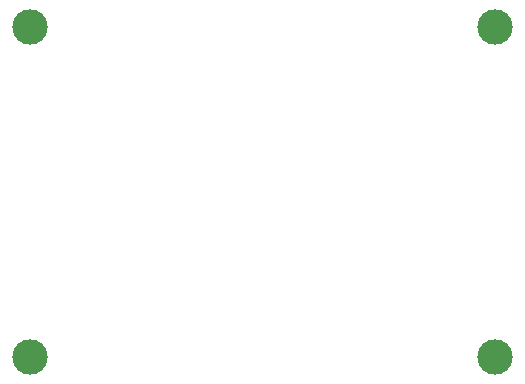
<source format=gbs>
%TF.GenerationSoftware,KiCad,Pcbnew,9.0.4+dfsg-1*%
%TF.CreationDate,2025-10-02T08:58:53+08:00*%
%TF.ProjectId,cover,636f7665-722e-46b6-9963-61645f706362,b*%
%TF.SameCoordinates,Original*%
%TF.FileFunction,Soldermask,Bot*%
%TF.FilePolarity,Negative*%
%FSLAX45Y45*%
G04 Gerber Fmt 4.5, Leading zero omitted, Abs format (unit mm)*
G04 Created by KiCad (PCBNEW 9.0.4+dfsg-1) date 2025-10-02 08:58:53*
%MOMM*%
%LPD*%
G01*
G04 APERTURE LIST*
%ADD10C,3.000000*%
G04 APERTURE END LIST*
D10*
%TO.C,B1*%
X10414000Y-7493000D03*
X10414000Y-10287000D03*
X14351000Y-7493000D03*
X14351000Y-10287000D03*
%TD*%
M02*

</source>
